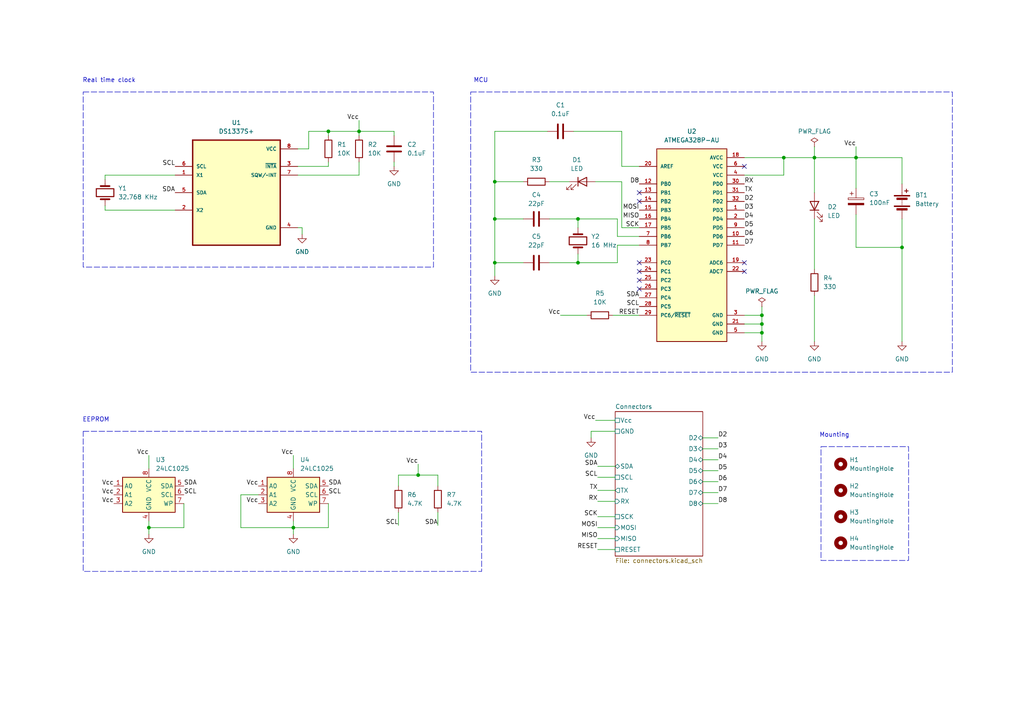
<source format=kicad_sch>
(kicad_sch (version 20230121) (generator eeschema)
  (paper "A4")
  (title_block (title "${project_name}") (date "2023-07-03") (rev "1") (company "Filippo Graziani"))
  (lib_symbols
    (symbol "ATMEGA328P-AU:ATMEGA328P-AU" (pin_names (offset 1.016))
      (property "Reference" "U4" (at 0 33.02 0))
      (property "Value" "ATMEGA328P-AU" (at 0 30.48 0))
      (symbol "ATMEGA328P-AU_0_0"
        (rectangle (start -10.16 -27.94) (end 10.16 27.94) (stroke (width 0.254)) (fill (type background)))
        (pin bidirectional line (at 15.24 10.16 180) (length 5.08) (name "PD3") (number "1"))
        (pin bidirectional line (at 15.24 2.54 180) (length 5.08) (name "PD6") (number "10"))
        (pin bidirectional line (at 15.24 0 180) (length 5.08) (name "PD7") (number "11"))
        (pin bidirectional line (at -15.24 17.78 0) (length 5.08) (name "PB0") (number "12"))
        (pin bidirectional line (at -15.24 15.24 0) (length 5.08) (name "PB1") (number "13"))
        (pin bidirectional line (at -15.24 12.7 0) (length 5.08) (name "PB2") (number "14"))
        (pin bidirectional line (at -15.24 10.16 0) (length 5.08) (name "PB3") (number "15"))
        (pin bidirectional line (at -15.24 7.62 0) (length 5.08) (name "PB4") (number "16"))
        (pin bidirectional line (at -15.24 5.08 0) (length 5.08) (name "PB5") (number "17"))
        (pin power_in line (at 15.24 25.4 180) (length 5.08) (name "AVCC") (number "18"))
        (pin bidirectional line (at 15.24 -5.08 180) (length 5.08) (name "ADC6") (number "19"))
        (pin bidirectional line (at 15.24 7.62 180) (length 5.08) (name "PD4") (number "2"))
        (pin input line (at -15.24 22.86 0) (length 5.08) (name "AREF") (number "20"))
        (pin power_in line (at 15.24 -22.86 180) (length 5.08) (name "GND") (number "21"))
        (pin bidirectional line (at 15.24 -7.62 180) (length 5.08) (name "ADC7") (number "22"))
        (pin bidirectional line (at -15.24 -5.08 0) (length 5.08) (name "PC0") (number "23"))
        (pin bidirectional line (at -15.24 -7.62 0) (length 5.08) (name "PC1") (number "24"))
        (pin bidirectional line (at -15.24 -10.16 0) (length 5.08) (name "PC2") (number "25"))
        (pin bidirectional line (at -15.24 -12.7 0) (length 5.08) (name "PC3") (number "26"))
        (pin bidirectional line (at -15.24 -15.24 0) (length 5.08) (name "PC4") (number "27"))
        (pin bidirectional line (at -15.24 -17.78 0) (length 5.08) (name "PC5") (number "28"))
        (pin bidirectional line (at -15.24 -20.32 0) (length 5.08) (name "PC6/~{RESET}") (number "29"))
        (pin power_in line (at 15.24 -20.32 180) (length 5.08) (name "GND") (number "3"))
        (pin bidirectional line (at 15.24 17.78 180) (length 5.08) (name "PD0") (number "30"))
        (pin bidirectional line (at 15.24 15.24 180) (length 5.08) (name "PD1") (number "31"))
        (pin bidirectional line (at 15.24 12.7 180) (length 5.08) (name "PD2") (number "32"))
        (pin power_in line (at 15.24 20.32 180) (length 5.08) (name "VCC") (number "4"))
        (pin power_in line (at 15.24 -25.4 180) (length 5.08) (name "GND") (number "5"))
        (pin power_in line (at 15.24 22.86 180) (length 5.08) (name "VCC") (number "6"))
        (pin bidirectional line (at -15.24 2.54 0) (length 5.08) (name "PB6") (number "7"))
        (pin bidirectional line (at -15.24 0 0) (length 5.08) (name "PB7") (number "8"))
        (pin bidirectional line (at 15.24 5.08 180) (length 5.08) (name "PD5") (number "9"))
      )
    )
    (symbol "DS1337S_:DS1337S+" (pin_names (offset 1.016))
      (property "Reference" "U" (at -12.7 16.24 0))
      (property "Value" "DS1337S+" (at -12.7 -19.24 0))
      (symbol "DS1337S+_0_0"
        (rectangle (start -12.7 -15.24) (end 12.7 15.24) (stroke (width 0.41)) (fill (type background)))
        (pin input line (at -17.78 5.08 0) (length 5.08) (name "X1") (number "1"))
        (pin bidirectional line (at -17.78 -5.08 0) (length 5.08) (name "X2") (number "2"))
        (pin output line (at 17.78 7.62 180) (length 5.08) (name "~{INTA}") (number "3"))
        (pin power_in line (at 17.78 -10.16 180) (length 5.08) (name "GND") (number "4"))
        (pin bidirectional line (at -17.78 0 0) (length 5.08) (name "SDA") (number "5"))
        (pin input line (at -17.78 7.62 0) (length 5.08) (name "SCL") (number "6"))
        (pin output line (at 17.78 5.08 180) (length 5.08) (name "SQW/~INT") (number "7"))
        (pin power_in line (at 17.78 12.7 180) (length 5.08) (name "VCC") (number "8"))
      )
    )
    (symbol "Device:Battery" (pin_numbers hide) (pin_names (offset 0) hide)
      (property "Reference" "BT" (at 2.54 2.54 0))
      (property "Value" "Battery" (at 2.54 0 0))
      (symbol "Battery_0_1"
        (rectangle (start -2.286 -1.27) (end 2.286 -1.524) (fill (type outline)))
        (rectangle (start -2.286 1.778) (end 2.286 1.524) (fill (type outline)))
        (rectangle (start -1.524 -2.032) (end 1.524 -2.54) (fill (type outline)))
        (rectangle (start -1.524 1.016) (end 1.524 0.508) (fill (type outline)))
        (polyline (pts (xy 0 -1.016) (xy 0 -0.762)))
        (polyline (pts (xy 0 -0.508) (xy 0 -0.254)))
        (polyline (pts (xy 0 0) (xy 0 0.254)))
        (polyline (pts (xy 0 1.778) (xy 0 2.54)))
        (polyline (pts (xy 0.762 3.048) (xy 1.778 3.048)) (stroke (width 0.254)))
        (polyline (pts (xy 1.27 3.556) (xy 1.27 2.54)) (stroke (width 0.254)))
      )
      (symbol "Battery_1_1"
        (pin passive line (at 0 5.08 270) (length 2.54) (name "+") (number "1"))
        (pin passive line (at 0 -5.08 90) (length 2.54) (name "-") (number "2"))
      )
    )
    (symbol "Device:C" (pin_numbers hide) (pin_names (offset 0.254))
      (property "Reference" "C" (at 0.635 2.54 0))
      (property "Value" "C" (at 0.635 -2.54 0))
      (symbol "C_0_1"
        (polyline (pts (xy -2.032 -0.762) (xy 2.032 -0.762)) (stroke (width 0.508)))
        (polyline (pts (xy -2.032 0.762) (xy 2.032 0.762)) (stroke (width 0.508)))
      )
      (symbol "C_1_1"
        (pin passive line (at 0 3.81 270) (length 2.794) (name "~") (number "1"))
        (pin passive line (at 0 -3.81 90) (length 2.794) (name "~") (number "2"))
      )
    )
    (symbol "Device:C_Polarized" (pin_numbers hide) (pin_names (offset 0.254))
      (property "Reference" "C" (at 0.635 2.54 0))
      (property "Value" "C_Polarized" (at 0.635 -2.54 0))
      (symbol "C_Polarized_0_1"
        (rectangle (start -2.286 0.508) (end 2.286 1.016))
        (polyline (pts (xy -1.778 2.286) (xy -0.762 2.286)))
        (polyline (pts (xy -1.27 2.794) (xy -1.27 1.778)))
        (rectangle (start 2.286 -0.508) (end -2.286 -1.016) (fill (type outline)))
      )
      (symbol "C_Polarized_1_1"
        (pin passive line (at 0 3.81 270) (length 2.794) (name "~") (number "1"))
        (pin passive line (at 0 -3.81 90) (length 2.794) (name "~") (number "2"))
      )
    )
    (symbol "Device:Crystal" (pin_numbers hide) (pin_names (offset 1.016) hide)
      (property "Reference" "Y" (at 0 3.81 0))
      (property "Value" "Crystal" (at 0 -3.81 0))
      (symbol "Crystal_0_1"
        (rectangle (start -1.143 2.54) (end 1.143 -2.54) (stroke (width 0.3048)))
        (polyline (pts (xy -2.54 0) (xy -1.905 0)))
        (polyline (pts (xy -1.905 -1.27) (xy -1.905 1.27)) (stroke (width 0.508)))
        (polyline (pts (xy 1.905 -1.27) (xy 1.905 1.27)) (stroke (width 0.508)))
        (polyline (pts (xy 2.54 0) (xy 1.905 0)))
      )
      (symbol "Crystal_1_1"
        (pin passive line (at -3.81 0 0) (length 1.27) (name "1") (number "1"))
        (pin passive line (at 3.81 0 180) (length 1.27) (name "2") (number "2"))
      )
    )
    (symbol "Device:LED" (pin_numbers hide) (pin_names (offset 1.016) hide)
      (property "Reference" "D" (at 0 2.54 0))
      (property "Value" "LED" (at 0 -2.54 0))
      (symbol "LED_0_1"
        (polyline (pts (xy -1.27 -1.27) (xy -1.27 1.27)) (stroke (width 0.254)))
        (polyline (pts (xy -1.27 0) (xy 1.27 0)))
        (polyline (pts (xy 1.27 -1.27) (xy 1.27 1.27) (xy -1.27 0) (xy 1.27 -1.27)) (stroke (width 0.254)))
        (polyline (pts (xy -3.048 -0.762) (xy -4.572 -2.286) (xy -3.81 -2.286) (xy -4.572 -2.286) (xy -4.572 -1.524)))
        (polyline (pts (xy -1.778 -0.762) (xy -3.302 -2.286) (xy -2.54 -2.286) (xy -3.302 -2.286) (xy -3.302 -1.524)))
      )
      (symbol "LED_1_1"
        (pin passive line (at -3.81 0 0) (length 2.54) (name "K") (number "1"))
        (pin passive line (at 3.81 0 180) (length 2.54) (name "A") (number "2"))
      )
    )
    (symbol "Device:R" (pin_numbers hide) (pin_names (offset 0))
      (property "Reference" "R" (at 2.032 0 90))
      (property "Value" "R" (at 0 0 90))
      (symbol "R_0_1"
        (rectangle (start -1.016 -2.54) (end 1.016 2.54) (stroke (width 0.254)))
      )
      (symbol "R_1_1"
        (pin passive line (at 0 3.81 270) (length 1.27) (name "~") (number "1"))
        (pin passive line (at 0 -3.81 90) (length 1.27) (name "~") (number "2"))
      )
    )
    (symbol "Mechanical:MountingHole" (pin_names (offset 1.016))
      (property "Reference" "H" (at 0 5.08 0))
      (property "Value" "MountingHole" (at 0 3.175 0))
      (symbol "MountingHole_0_1"
        (circle (center 0 0) (radius 1.27) (stroke (width 1.27)))
      )
    )
    (symbol "Memory_EEPROM:24LC1025"
      (property "Reference" "U" (at -6.35 6.35 0))
      (property "Value" "24LC1025" (at 1.27 6.35 0))
      (symbol "24LC1025_1_1"
        (rectangle (start -7.62 5.08) (end 7.62 -5.08) (stroke (width 0.254)) (fill (type background)))
        (pin input line (at -10.16 2.54 0) (length 2.54) (name "A0") (number "1"))
        (pin input line (at -10.16 0 0) (length 2.54) (name "A1") (number "2"))
        (pin input line (at -10.16 -2.54 0) (length 2.54) (name "A2") (number "3"))
        (pin power_in line (at 0 -7.62 90) (length 2.54) (name "GND") (number "4"))
        (pin bidirectional line (at 10.16 2.54 180) (length 2.54) (name "SDA") (number "5"))
        (pin input line (at 10.16 0 180) (length 2.54) (name "SCL") (number "6"))
        (pin input line (at 10.16 -2.54 180) (length 2.54) (name "WP") (number "7"))
        (pin power_in line (at 0 7.62 270) (length 2.54) (name "VCC") (number "8"))
      )
    )
    (symbol "power:GND" (power) (pin_names (offset 0))
      (property "Value" "GND" (at 0 -3.81 0))
      (symbol "GND_0_1"
        (polyline (pts (xy 0 0) (xy 0 -1.27) (xy 1.27 -1.27) (xy 0 -2.54) (xy -1.27 -1.27) (xy 0 -1.27)))
      )
      (symbol "GND_1_1"
        (pin power_in line (at 0 0 270) (length 0) hide (name "GND") (number "1"))
      )
    )
    (symbol "power:PWR_FLAG" (power) (pin_numbers hide) (pin_names (offset 0) hide)
      (property "Value" "PWR_FLAG" (at 0 3.81 0))
      (symbol "PWR_FLAG_0_0"
        (pin power_out line (at 0 0 90) (length 0) (name "pwr") (number "1"))
      )
      (symbol "PWR_FLAG_0_1"
        (polyline (pts (xy 0 0) (xy 0 1.27) (xy -1.016 1.905) (xy 0 2.54) (xy 1.016 1.905) (xy 0 1.27)))
      )
    )
  )
  (junction (at 95.25 38.1))
  (junction (at 104.14 38.1))
  (junction (at 261.62 71.755))
  (junction (at 121.285 137.795))
  (junction (at 220.98 96.52))
  (junction (at 143.51 63.5))
  (junction (at 220.98 91.44))
  (junction (at 220.98 93.98))
  (junction (at 43.18 153.035))
  (junction (at 143.51 76.2))
  (junction (at 227.33 45.72))
  (junction (at 167.64 63.5))
  (junction (at 167.64 76.2))
  (junction (at 248.285 45.72))
  (junction (at 85.09 153.035))
  (junction (at 236.22 45.72))
  (junction (at 143.51 52.705))
  (no_connect (at 185.42 83.82))
  (no_connect (at 215.9 78.74))
  (no_connect (at 215.9 48.26))
  (no_connect (at 185.42 76.2))
  (no_connect (at 215.9 76.2))
  (no_connect (at 185.42 78.74))
  (no_connect (at 185.42 81.28))
  (no_connect (at 185.42 58.42))
  (no_connect (at 185.42 55.88))
  (wire (pts (xy 159.385 76.2) (xy 167.64 76.2)))
  (wire (pts (xy 86.36 50.8) (xy 104.14 50.8)))
  (wire (pts (xy 173.355 142.24) (xy 178.435 142.24)))
  (wire (pts (xy 180.34 52.705) (xy 180.34 66.04)))
  (wire (pts (xy 173.355 149.86) (xy 178.435 149.86)))
  (wire (pts (xy 104.14 50.8) (xy 104.14 46.99)))
  (wire (pts (xy 85.09 132.08) (xy 85.09 135.89)))
  (wire (pts (xy 261.62 45.72) (xy 261.62 53.34)))
  (wire (pts (xy 30.48 50.8) (xy 30.48 52.07)))
  (wire (pts (xy 173.355 145.415) (xy 178.435 145.415)))
  (wire (pts (xy 179.07 68.58) (xy 179.07 63.5)))
  (wire (pts (xy 159.385 63.5) (xy 167.64 63.5)))
  (wire (pts (xy 171.45 125.095) (xy 171.45 127)))
  (wire (pts (xy 203.835 139.7) (xy 208.28 139.7)))
  (wire (pts (xy 43.18 151.13) (xy 43.18 153.035)))
  (wire (pts (xy 121.285 137.795) (xy 127 137.795)))
  (wire (pts (xy 236.22 63.5) (xy 236.22 78.105)))
  (wire (pts (xy 220.98 91.44) (xy 215.9 91.44)))
  (wire (pts (xy 167.64 73.66) (xy 167.64 76.2)))
  (wire (pts (xy 143.51 52.705) (xy 143.51 63.5)))
  (wire (pts (xy 151.765 52.705) (xy 143.51 52.705)))
  (wire (pts (xy 185.42 71.12) (xy 179.07 71.12)))
  (wire (pts (xy 227.33 45.72) (xy 236.22 45.72)))
  (wire (pts (xy 43.18 132.08) (xy 43.18 135.89)))
  (wire (pts (xy 85.09 153.035) (xy 85.09 154.94)))
  (wire (pts (xy 158.75 38.1) (xy 143.51 38.1)))
  (wire (pts (xy 143.51 63.5) (xy 143.51 76.2)))
  (wire (pts (xy 208.28 142.875) (xy 203.835 142.875)))
  (wire (pts (xy 171.45 125.095) (xy 178.435 125.095)))
  (wire (pts (xy 95.25 38.1) (xy 95.25 39.37)))
  (wire (pts (xy 180.34 48.26) (xy 185.42 48.26)))
  (wire (pts (xy 95.25 153.035) (xy 85.09 153.035)))
  (wire (pts (xy 95.25 38.1) (xy 104.14 38.1)))
  (wire (pts (xy 104.14 34.925) (xy 104.14 38.1)))
  (wire (pts (xy 173.355 153.035) (xy 178.435 153.035)))
  (wire (pts (xy 215.9 45.72) (xy 227.33 45.72)))
  (wire (pts (xy 104.14 38.1) (xy 104.14 39.37)))
  (wire (pts (xy 74.93 143.51) (xy 69.85 143.51)))
  (wire (pts (xy 236.22 45.72) (xy 236.22 55.88)))
  (wire (pts (xy 115.57 140.97) (xy 115.57 137.795)))
  (wire (pts (xy 172.72 121.92) (xy 178.435 121.92)))
  (wire (pts (xy 50.8 50.8) (xy 30.48 50.8)))
  (wire (pts (xy 236.22 45.72) (xy 248.285 45.72)))
  (wire (pts (xy 85.09 151.13) (xy 85.09 153.035)))
  (wire (pts (xy 203.835 136.525) (xy 208.28 136.525)))
  (wire (pts (xy 121.285 134.62) (xy 121.285 137.795)))
  (wire (pts (xy 151.765 63.5) (xy 143.51 63.5)))
  (wire (pts (xy 215.9 50.8) (xy 227.33 50.8)))
  (wire (pts (xy 236.22 85.725) (xy 236.22 99.06)))
  (wire (pts (xy 248.285 42.545) (xy 248.285 45.72)))
  (wire (pts (xy 220.98 96.52) (xy 220.98 93.98)))
  (wire (pts (xy 69.85 143.51) (xy 69.85 153.035)))
  (wire (pts (xy 203.835 127) (xy 208.28 127)))
  (wire (pts (xy 180.34 38.1) (xy 180.34 48.26)))
  (wire (pts (xy 220.98 88.9) (xy 220.98 91.44)))
  (wire (pts (xy 227.33 50.8) (xy 227.33 45.72)))
  (wire (pts (xy 203.835 146.05) (xy 208.28 146.05)))
  (wire (pts (xy 166.37 38.1) (xy 180.34 38.1)))
  (wire (pts (xy 248.285 71.755) (xy 261.62 71.755)))
  (wire (pts (xy 248.285 45.72) (xy 248.285 54.61)))
  (wire (pts (xy 179.07 76.2) (xy 167.64 76.2)))
  (wire (pts (xy 248.285 45.72) (xy 261.62 45.72)))
  (wire (pts (xy 89.535 43.18) (xy 86.36 43.18)))
  (wire (pts (xy 95.25 48.26) (xy 86.36 48.26)))
  (wire (pts (xy 248.285 62.23) (xy 248.285 71.755)))
  (wire (pts (xy 261.62 71.755) (xy 261.62 99.06)))
  (wire (pts (xy 87.63 66.04) (xy 86.36 66.04)))
  (wire (pts (xy 215.9 93.98) (xy 220.98 93.98)))
  (wire (pts (xy 159.385 52.705) (xy 165.1 52.705)))
  (wire (pts (xy 173.355 138.43) (xy 178.435 138.43)))
  (wire (pts (xy 115.57 137.795) (xy 121.285 137.795)))
  (wire (pts (xy 89.535 38.1) (xy 95.25 38.1)))
  (wire (pts (xy 180.34 66.04) (xy 185.42 66.04)))
  (wire (pts (xy 127 148.59) (xy 127 152.4)))
  (wire (pts (xy 143.51 80.01) (xy 143.51 76.2)))
  (wire (pts (xy 179.07 71.12) (xy 179.07 76.2)))
  (wire (pts (xy 104.14 38.1) (xy 114.3 38.1)))
  (wire (pts (xy 89.535 43.18) (xy 89.535 38.1)))
  (wire (pts (xy 261.62 63.5) (xy 261.62 71.755)))
  (wire (pts (xy 162.56 91.44) (xy 170.18 91.44)))
  (wire (pts (xy 30.48 60.96) (xy 50.8 60.96)))
  (wire (pts (xy 236.22 42.545) (xy 236.22 45.72)))
  (wire (pts (xy 177.8 91.44) (xy 185.42 91.44)))
  (wire (pts (xy 220.98 99.06) (xy 220.98 96.52)))
  (wire (pts (xy 203.835 130.175) (xy 208.28 130.175)))
  (wire (pts (xy 203.835 133.35) (xy 208.28 133.35)))
  (wire (pts (xy 53.34 153.035) (xy 53.34 146.05)))
  (wire (pts (xy 69.85 153.035) (xy 85.09 153.035)))
  (wire (pts (xy 167.64 63.5) (xy 167.64 66.04)))
  (wire (pts (xy 173.355 156.21) (xy 178.435 156.21)))
  (wire (pts (xy 114.3 46.99) (xy 114.3 48.26)))
  (wire (pts (xy 179.07 63.5) (xy 167.64 63.5)))
  (wire (pts (xy 172.72 52.705) (xy 180.34 52.705)))
  (wire (pts (xy 43.18 153.035) (xy 43.18 154.94)))
  (wire (pts (xy 30.48 60.96) (xy 30.48 59.69)))
  (wire (pts (xy 95.25 48.26) (xy 95.25 46.99)))
  (wire (pts (xy 115.57 148.59) (xy 115.57 152.4)))
  (wire (pts (xy 143.51 76.2) (xy 151.765 76.2)))
  (wire (pts (xy 173.355 159.385) (xy 178.435 159.385)))
  (wire (pts (xy 143.51 38.1) (xy 143.51 52.705)))
  (wire (pts (xy 114.3 38.1) (xy 114.3 39.37)))
  (wire (pts (xy 43.18 153.035) (xy 53.34 153.035)))
  (wire (pts (xy 173.355 135.255) (xy 178.435 135.255)))
  (wire (pts (xy 220.98 93.98) (xy 220.98 91.44)))
  (wire (pts (xy 215.9 96.52) (xy 220.98 96.52)))
  (wire (pts (xy 185.42 68.58) (xy 179.07 68.58)))
  (wire (pts (xy 87.63 66.04) (xy 87.63 67.945)))
  (wire (pts (xy 127 137.795) (xy 127 140.97)))
  (wire (pts (xy 95.25 146.05) (xy 95.25 153.035)))
  (rectangle (start 136.525 26.67) (end 276.225 107.95) (stroke (width 0) (type dash)))
  (rectangle (start 238.125 129.54) (end 263.525 162.56) (stroke (width 0) (type dash)))
  (rectangle (start 24.13 26.67) (end 125.73 77.47) (stroke (width 0) (type dash)))
  (rectangle (start 24.13 125.095) (end 139.7 165.735) (stroke (width 0) (type dash)))
  (text "MCU" (at 141.605 24.13 0) (effects (font (size 1.27 1.27)) (justify right bottom)))
  (text "Mounting" (at 246.38 127 0) (effects (font (size 1.27 1.27)) (justify right bottom)))
  (text "Real time clock" (at 39.37 24.13 0) (effects (font (size 1.27 1.27)) (justify right bottom)))
  (text "EEPROM" (at 31.75 122.555 0) (effects (font (size 1.27 1.27)) (justify right bottom)))
  (label "SCL" (at 95.25 143.51 0))
  (label "Vcc" (at 74.93 146.05 180))
  (label "SCL" (at 173.355 138.43 180))
  (label "RESET" (at 173.355 159.385 180))
  (label "SDA" (at 53.34 140.97 0))
  (label "SDA" (at 127 152.4 180))
  (label "D3" (at 208.28 130.175 0))
  (label "TX" (at 215.9 55.88 0))
  (label "Vcc" (at 33.02 143.51 180))
  (label "MISO" (at 185.42 63.5 180))
  (label "Vcc" (at 248.285 42.545 180))
  (label "D2" (at 215.9 58.42 0))
  (label "SDA" (at 173.355 135.255 180))
  (label "MOSI" (at 185.42 60.96 180))
  (label "SCL" (at 53.34 143.51 0))
  (label "Vcc" (at 33.02 146.05 180))
  (label "D6" (at 215.9 68.58 0))
  (label "D7" (at 215.9 71.12 0))
  (label "Vcc" (at 162.56 91.44 180))
  (label "Vcc" (at 85.09 132.08 180))
  (label "MISO" (at 173.355 156.21 180))
  (label "D6" (at 208.28 139.7 0))
  (label "SCL" (at 50.8 48.26 180))
  (label "D8" (at 208.28 146.05 0))
  (label "D5" (at 215.9 66.04 0))
  (label "RX" (at 173.355 145.415 180))
  (label "D3" (at 215.9 60.96 0))
  (label "RESET" (at 185.42 91.44 180))
  (label "D4" (at 215.9 63.5 0))
  (label "SCK" (at 173.355 149.86 180))
  (label "SCL" (at 185.42 88.9 180))
  (label "Vcc" (at 172.72 121.92 180))
  (label "Vcc" (at 121.285 134.62 180))
  (label "Vcc" (at 104.14 34.925 180))
  (label "RX" (at 215.9 53.34 0))
  (label "D7" (at 208.28 142.875 0))
  (label "SDA" (at 50.8 55.88 180))
  (label "D4" (at 208.28 133.35 0))
  (label "SDA" (at 95.25 140.97 0))
  (label "SDA" (at 185.42 86.36 180))
  (label "D2" (at 208.28 127 0))
  (label "Vcc" (at 33.02 140.97 180))
  (label "D5" (at 208.28 136.525 0))
  (label "Vcc" (at 74.93 140.97 180))
  (label "SCL" (at 115.57 152.4 180))
  (label "MOSI" (at 173.355 153.035 180))
  (label "Vcc" (at 43.18 132.08 180))
  (label "TX" (at 173.355 142.24 180))
  (label "SCK" (at 185.42 66.04 180))
  (label "D8" (at 185.42 53.34 180))
  (symbol (lib_id "Mechanical:MountingHole") (at 243.84 142.24 0) (unit 1)
    (property "Reference" "H2" (at 246.38 140.97 0) (effects (justify left)))
    (property "Value" "MountingHole" (at 246.38 143.51 0) (effects (justify left)))
    (property "Footprint" "MountingHole:MountingHole_2.1mm" (effects hide))
  )
  (symbol (lib_id "DS1337S_:DS1337S+") (at 68.58 55.88 0) (unit 1)
    (property "Reference" "U1" (at 68.58 35.56 0))
    (property "Value" "DS1337S+" (at 68.58 38.1 0))
    (property "Footprint" "DS1337S:SOIC127P600X175-8N" (effects hide))
  )
  (symbol (lib_id "Device:R") (at 115.57 144.78 0) (unit 1)
    (property "Reference" "R6" (at 118.11 143.51 0) (effects (justify left)))
    (property "Value" "4.7K" (at 118.11 146.05 0) (effects (justify left)))
    (property "Footprint" "Resistor_SMD:R_0805_2012Metric" (effects hide))
  )
  (symbol (lib_id "power:GND") (at 87.63 67.945 0) (unit 1)
    (property "Reference" "#PWR02" (effects hide))
    (property "Value" "GND" (at 87.63 73.025 0))
  )
  (symbol (lib_id "Device:C") (at 114.3 43.18 0) (unit 1)
    (property "Reference" "C2" (at 118.11 41.91 0) (effects (justify left)))
    (property "Value" "0.1uF" (at 118.11 44.45 0) (effects (justify left)))
    (property "Footprint" "Capacitor_SMD:C_0805_2012Metric" (effects hide))
  )
  (symbol (lib_id "Device:R") (at 155.575 52.705 90) (unit 1)
    (property "Reference" "R3" (at 155.575 46.355 90))
    (property "Value" "330" (at 155.575 48.895 90))
    (property "Footprint" "Resistor_SMD:R_0805_2012Metric" (effects hide))
  )
  (symbol (lib_id "Device:Crystal") (at 30.48 55.88 90) (unit 1)
    (property "Reference" "Y1" (at 34.29 54.61 90) (effects (justify right)))
    (property "Value" "32.768 KHz" (at 34.29 57.15 90) (effects (justify right)))
    (property "Footprint" "Crystal:Crystal_SMD_5032-2Pin_5.0x3.2mm_HandSoldering" (effects hide))
  )
  (symbol (lib_id "Memory_EEPROM:24LC1025") (at 43.18 143.51 0) (unit 1)
    (property "Reference" "U3" (at 45.1359 133.35 0) (effects (justify left)))
    (property "Value" "24LC1025" (at 45.1359 135.89 0) (effects (justify left)))
    (property "Footprint" "Package_SO:SOIC-8_5.23x5.23mm_P1.27mm" (effects hide))
    (property "Datasheet" "http://ww1.microchip.com/downloads/en/DeviceDoc/21941B.pdf" (effects hide))
  )
  (symbol (lib_id "ATMEGA328P-AU:ATMEGA328P-AU") (at 200.66 71.12 0) (unit 1)
    (property "Reference" "U2" (at 200.66 38.1 0))
    (property "Value" "ATMEGA328P-AU" (at 200.66 40.64 0))
    (property "Footprint" "ATMEGA328P-AU:QFP80P900X900X120-32N" (effects hide))
    (property "MANUFACTURER" "Atmel" (effects hide))
  )
  (symbol (lib_id "Mechanical:MountingHole") (at 243.84 157.48 0) (unit 1)
    (property "Reference" "H4" (at 246.38 156.21 0) (effects (justify left)))
    (property "Value" "MountingHole" (at 246.38 158.75 0) (effects (justify left)))
    (property "Footprint" "MountingHole:MountingHole_2.1mm" (effects hide))
  )
  (symbol (lib_id "Device:R") (at 104.14 43.18 0) (unit 1)
    (property "Reference" "R2" (at 106.68 41.91 0) (effects (justify left)))
    (property "Value" "10K" (at 106.68 44.45 0) (effects (justify left)))
    (property "Footprint" "Resistor_SMD:R_0805_2012Metric" (effects hide))
  )
  (symbol (lib_id "Device:R") (at 127 144.78 0) (unit 1)
    (property "Reference" "R7" (at 129.54 143.51 0) (effects (justify left)))
    (property "Value" "4.7K" (at 129.54 146.05 0) (effects (justify left)))
    (property "Footprint" "Resistor_SMD:R_0805_2012Metric" (effects hide))
  )
  (symbol (lib_id "power:GND") (at 114.3 48.26 0) (unit 1)
    (property "Reference" "#PWR01" (effects hide))
    (property "Value" "GND" (at 114.3 53.34 0))
  )
  (symbol (lib_id "power:PWR_FLAG") (at 220.98 88.9 0) (unit 1)
    (property "Reference" "#FLG02" (effects hide))
    (property "Value" "PWR_FLAG" (at 220.98 84.455 0))
  )
  (symbol (lib_id "Device:R") (at 95.25 43.18 180) (unit 1)
    (property "Reference" "R1" (at 97.79 41.91 0) (effects (justify right)))
    (property "Value" "10K" (at 97.79 44.45 0) (effects (justify right)))
    (property "Footprint" "Resistor_SMD:R_0805_2012Metric" (effects hide))
  )
  (symbol (lib_id "Device:R") (at 236.22 81.915 0) (unit 1)
    (property "Reference" "R4" (at 238.76 80.645 0) (effects (justify left)))
    (property "Value" "330" (at 238.76 83.185 0) (effects (justify left)))
    (property "Footprint" "Resistor_SMD:R_0805_2012Metric" (effects hide))
  )
  (symbol (lib_id "Device:Crystal") (at 167.64 69.85 90) (unit 1)
    (property "Reference" "Y2" (at 171.45 68.58 90) (effects (justify right)))
    (property "Value" "16 MHz" (at 171.45 71.12 90) (effects (justify right)))
    (property "Footprint" "Crystal:Crystal_SMD_5032-2Pin_5.0x3.2mm_HandSoldering" (effects hide))
  )
  (symbol (lib_id "Memory_EEPROM:24LC1025") (at 85.09 143.51 0) (unit 1)
    (property "Reference" "U4" (at 87.0459 133.35 0) (effects (justify left)))
    (property "Value" "24LC1025" (at 87.0459 135.89 0) (effects (justify left)))
    (property "Footprint" "Package_SO:SOIC-8_5.23x5.23mm_P1.27mm" (effects hide))
    (property "Datasheet" "http://ww1.microchip.com/downloads/en/DeviceDoc/21941B.pdf" (effects hide))
  )
  (symbol (lib_id "Device:LED") (at 168.91 52.705 0) (unit 1)
    (property "Reference" "D1" (at 167.3225 46.355 0))
    (property "Value" "LED" (at 167.3225 48.895 0))
    (property "Footprint" "LED_SMD:LED_0805_2012Metric" (effects hide))
  )
  (symbol (lib_id "Device:Battery") (at 261.62 58.42 0) (unit 1)
    (property "Reference" "BT1" (at 265.43 56.5785 0) (effects (justify left)))
    (property "Value" "Battery" (at 265.43 59.1185 0) (effects (justify left)))
    (property "Footprint" "Connector_PinHeader_2.54mm:PinHeader_1x02_P2.54mm_Vertical" (effects hide))
  )
  (symbol (lib_id "power:GND") (at 220.98 99.06 0) (unit 1)
    (property "Reference" "#PWR04" (effects hide))
    (property "Value" "GND" (at 220.98 104.14 0))
  )
  (symbol (lib_id "Mechanical:MountingHole") (at 243.84 149.86 0) (unit 1)
    (property "Reference" "H3" (at 246.38 148.59 0) (effects (justify left)))
    (property "Value" "MountingHole" (at 246.38 151.13 0) (effects (justify left)))
    (property "Footprint" "MountingHole:MountingHole_2.1mm" (effects hide))
  )
  (symbol (lib_id "power:GND") (at 171.45 127 0) (unit 1)
    (property "Reference" "#PWR07" (effects hide))
    (property "Value" "GND" (at 171.45 132.08 0))
  )
  (symbol (lib_id "power:GND") (at 236.22 99.06 0) (unit 1)
    (property "Reference" "#PWR05" (effects hide))
    (property "Value" "GND" (at 236.22 104.14 0))
  )
  (symbol (lib_id "Device:C") (at 155.575 63.5 90) (unit 1)
    (property "Reference" "C4" (at 155.575 56.515 90))
    (property "Value" "22pF" (at 155.575 59.055 90))
    (property "Footprint" "Capacitor_SMD:C_0805_2012Metric" (effects hide))
  )
  (symbol (lib_id "power:PWR_FLAG") (at 236.22 42.545 0) (unit 1)
    (property "Reference" "#FLG01" (effects hide))
    (property "Value" "PWR_FLAG" (at 236.22 38.1 0))
  )
  (symbol (lib_id "Device:C") (at 155.575 76.2 90) (unit 1)
    (property "Reference" "C5" (at 155.575 68.58 90))
    (property "Value" "22pF" (at 155.575 71.12 90))
    (property "Footprint" "Capacitor_SMD:C_0805_2012Metric" (effects hide))
  )
  (symbol (lib_id "power:GND") (at 261.62 99.06 0) (unit 1)
    (property "Reference" "#PWR06" (effects hide))
    (property "Value" "GND" (at 261.62 104.14 0))
  )
  (symbol (lib_id "power:GND") (at 85.09 154.94 0) (unit 1)
    (property "Reference" "#PWR09" (effects hide))
    (property "Value" "GND" (at 85.09 160.02 0))
  )
  (symbol (lib_id "Device:LED") (at 236.22 59.69 90) (unit 1)
    (property "Reference" "D2" (at 240.03 60.0075 90) (effects (justify right)))
    (property "Value" "LED" (at 240.03 62.5475 90) (effects (justify right)))
    (property "Footprint" "LED_SMD:LED_0805_2012Metric" (effects hide))
  )
  (symbol (lib_id "Device:R") (at 173.99 91.44 90) (unit 1)
    (property "Reference" "R5" (at 173.99 85.09 90))
    (property "Value" "10K" (at 173.99 87.63 90))
    (property "Footprint" "Resistor_SMD:R_0805_2012Metric" (effects hide))
  )
  (symbol (lib_id "power:GND") (at 143.51 80.01 0) (unit 1)
    (property "Reference" "#PWR03" (effects hide))
    (property "Value" "GND" (at 143.51 85.09 0))
  )
  (symbol (lib_id "Device:C") (at 162.56 38.1 90) (unit 1)
    (property "Reference" "C1" (at 162.56 30.48 90))
    (property "Value" "0.1uF" (at 162.56 33.02 90))
    (property "Footprint" "Capacitor_SMD:C_0805_2012Metric" (effects hide))
  )
  (symbol (lib_id "Device:C_Polarized") (at 248.285 58.42 0) (unit 1)
    (property "Reference" "C3" (at 252.095 56.261 0) (effects (justify left)))
    (property "Value" "100nF" (at 252.095 58.801 0) (effects (justify left)))
    (property "Footprint" "Capacitor_SMD:C_0805_2012Metric" (effects hide))
  )
  (symbol (lib_id "Mechanical:MountingHole") (at 243.84 134.62 0) (unit 1)
    (property "Reference" "H1" (at 246.38 133.35 0) (effects (justify left)))
    (property "Value" "MountingHole" (at 246.38 135.89 0) (effects (justify left)))
    (property "Footprint" "MountingHole:MountingHole_2.1mm" (effects hide))
  )
  (symbol (lib_id "power:GND") (at 43.18 154.94 0) (unit 1)
    (property "Reference" "#PWR08" (effects hide))
    (property "Value" "GND" (at 43.18 160.02 0))
  )
  (sheet (at 178.435 119.38) (size 25.4 41.91) (stroke (width 0.1524))
    (property "Sheetname" "Connectors" (at 178.435 118.6684 0) (effects (justify left bottom)))
    (property "Sheetfile" "connectors.kicad_sch" (at 178.435 161.8746 0) (effects (justify left top)))
    (pin "Vcc" passive (at 178.435 121.92 180))
    (pin "GND" passive (at 178.435 125.095 180))
    (pin "SDA" bidirectional (at 178.435 135.255 180))
    (pin "SCL" passive (at 178.435 138.43 180))
    (pin "D2" bidirectional (at 203.835 127 0))
    (pin "D3" bidirectional (at 203.835 130.175 0))
    (pin "TX" output (at 178.435 142.24 180))
    (pin "RX" input (at 178.435 145.415 180))
    (pin "D6" bidirectional (at 203.835 139.7 0))
    (pin "D5" bidirectional (at 203.835 136.525 0))
    (pin "D4" bidirectional (at 203.835 133.35 0))
    (pin "D7" bidirectional (at 203.835 142.875 0))
    (pin "D8" bidirectional (at 203.835 146.05 0))
    (pin "MOSI" input (at 178.435 153.035 180))
    (pin "MISO" input (at 178.435 156.21 180))
    (pin "RESET" passive (at 178.435 159.385 180))
    (pin "SCK" passive (at 178.435 149.86 180))
  )
)
</source>
